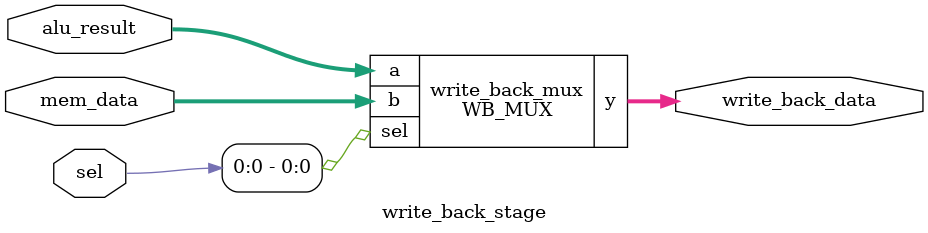
<source format=sv>
module WB_MUX(
    input logic  sel,      
    input logic [31:0] a, b,   // 2 inputs: ALU result, memory data
    output logic [31:0] y        // output
);
    assign y = (sel == 1'b0) ? a : b ;     // ALU result
                            // Default output is 0
endmodule

module write_back_stage(
    input  logic [31:0] alu_result,     // Result from the ALU
    input  logic [31:0] mem_data,       // Data read from memory
    input  logic [1:0] sel,             // Select signal for WB_MUX
    output logic [31:0] write_back_data // Data to be written to the register file
);

    // MUX to select between ALU result, memory data, and PC current value
    WB_MUX write_back_mux (
        .a(alu_result),      // ALU result
        .b(mem_data),        // Data from memory
        .sel(sel),           // Control signal to select source
        .y(write_back_data)  // Data to be written back to register file
    );

endmodule

</source>
